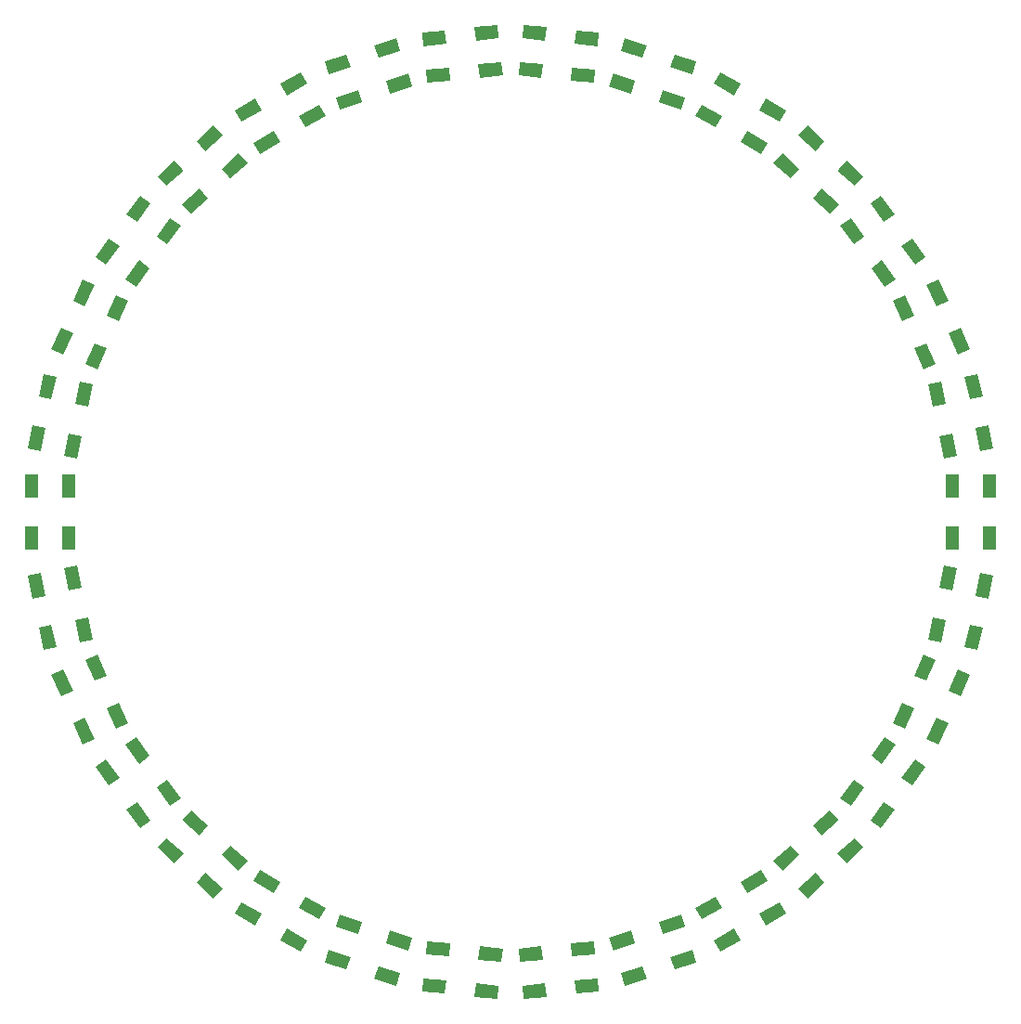
<source format=gbr>
G04 #@! TF.GenerationSoftware,KiCad,Pcbnew,5.0.2-bee76a0~70~ubuntu16.04.1*
G04 #@! TF.CreationDate,2019-03-20T11:46:08+01:00*
G04 #@! TF.ProjectId,ring,72696e67-2e6b-4696-9361-645f70636258,rev?*
G04 #@! TF.SameCoordinates,Original*
G04 #@! TF.FileFunction,Soldermask,Top*
G04 #@! TF.FilePolarity,Negative*
%FSLAX46Y46*%
G04 Gerber Fmt 4.6, Leading zero omitted, Abs format (unit mm)*
G04 Created by KiCad (PCBNEW 5.0.2-bee76a0~70~ubuntu16.04.1) date Wed 20 Mar 2019 11:46:08 AM CET*
%MOMM*%
%LPD*%
G01*
G04 APERTURE LIST*
%ADD10C,0.100000*%
G04 APERTURE END LIST*
D10*
G36*
X98927023Y-143223628D02*
X98801380Y-144419043D01*
X96710895Y-144199324D01*
X96836538Y-143003909D01*
X98927023Y-143223628D01*
X98927023Y-143223628D01*
G37*
G36*
X103289105Y-144199324D02*
X101198620Y-144419043D01*
X101072977Y-143223628D01*
X103163462Y-143003909D01*
X103289105Y-144199324D01*
X103289105Y-144199324D01*
G37*
G36*
X108062810Y-143697587D02*
X105972325Y-143917306D01*
X105846682Y-142721891D01*
X107937167Y-142502172D01*
X108062810Y-143697587D01*
X108062810Y-143697587D01*
G37*
G36*
X94153318Y-142721891D02*
X94027675Y-143917306D01*
X91937190Y-143697587D01*
X92062833Y-142502172D01*
X94153318Y-142721891D01*
X94153318Y-142721891D01*
G37*
G36*
X112406787Y-142549619D02*
X110407666Y-143199173D01*
X110036227Y-142056003D01*
X112035348Y-141406449D01*
X112406787Y-142549619D01*
X112406787Y-142549619D01*
G37*
G36*
X89963773Y-142056003D02*
X89592334Y-143199173D01*
X87593213Y-142549619D01*
X87964652Y-141406449D01*
X89963773Y-142056003D01*
X89963773Y-142056003D01*
G37*
G36*
X116971859Y-141066337D02*
X114972738Y-141715891D01*
X114601299Y-140572721D01*
X116600420Y-139923167D01*
X116971859Y-141066337D01*
X116971859Y-141066337D01*
G37*
G36*
X85398701Y-140572721D02*
X85027262Y-141715891D01*
X83028141Y-141066337D01*
X83399580Y-139923167D01*
X85398701Y-140572721D01*
X85398701Y-140572721D01*
G37*
G36*
X102933708Y-140817949D02*
X100843223Y-141037668D01*
X100717580Y-139842253D01*
X102808065Y-139622534D01*
X102933708Y-140817949D01*
X102933708Y-140817949D01*
G37*
G36*
X99282420Y-139842253D02*
X99156777Y-141037668D01*
X97066292Y-140817949D01*
X97191935Y-139622534D01*
X99282420Y-139842253D01*
X99282420Y-139842253D01*
G37*
G36*
X94508715Y-139340516D02*
X94383072Y-140535931D01*
X92292587Y-140316212D01*
X92418230Y-139120797D01*
X94508715Y-139340516D01*
X94508715Y-139340516D01*
G37*
G36*
X107707413Y-140316212D02*
X105616928Y-140535931D01*
X105491285Y-139340516D01*
X107581770Y-139120797D01*
X107707413Y-140316212D01*
X107707413Y-140316212D01*
G37*
G36*
X120982232Y-139040291D02*
X119161846Y-140091291D01*
X118560846Y-139050329D01*
X120381232Y-137999329D01*
X120982232Y-139040291D01*
X120982232Y-139040291D01*
G37*
G36*
X81439154Y-139050329D02*
X80838154Y-140091291D01*
X79017768Y-139040291D01*
X79618768Y-137999329D01*
X81439154Y-139050329D01*
X81439154Y-139050329D01*
G37*
G36*
X91014431Y-138822411D02*
X90642992Y-139965581D01*
X88643871Y-139316027D01*
X89015310Y-138172857D01*
X91014431Y-138822411D01*
X91014431Y-138822411D01*
G37*
G36*
X111356129Y-139316027D02*
X109357008Y-139965581D01*
X108985569Y-138822411D01*
X110984690Y-138172857D01*
X111356129Y-139316027D01*
X111356129Y-139316027D01*
G37*
G36*
X86449359Y-137339129D02*
X86077920Y-138482299D01*
X84078799Y-137832745D01*
X84450238Y-136689575D01*
X86449359Y-137339129D01*
X86449359Y-137339129D01*
G37*
G36*
X115921201Y-137832745D02*
X113922080Y-138482299D01*
X113550641Y-137339129D01*
X115549762Y-136689575D01*
X115921201Y-137832745D01*
X115921201Y-137832745D01*
G37*
G36*
X77282232Y-136650329D02*
X76681232Y-137691291D01*
X74860846Y-136640291D01*
X75461846Y-135599329D01*
X77282232Y-136650329D01*
X77282232Y-136650329D01*
G37*
G36*
X125139154Y-136640291D02*
X123318768Y-137691291D01*
X122717768Y-136650329D01*
X124538154Y-135599329D01*
X125139154Y-136640291D01*
X125139154Y-136640291D01*
G37*
G36*
X83139154Y-136105843D02*
X82538154Y-137146805D01*
X80717768Y-136095805D01*
X81318768Y-135054843D01*
X83139154Y-136105843D01*
X83139154Y-136105843D01*
G37*
G36*
X119282232Y-136095805D02*
X117461846Y-137146805D01*
X116860846Y-136105843D01*
X118681232Y-135054843D01*
X119282232Y-136095805D01*
X119282232Y-136095805D01*
G37*
G36*
X73725734Y-134337969D02*
X72921439Y-135231229D01*
X72921438Y-135231230D01*
X71359348Y-133824717D01*
X72163644Y-132931456D01*
X73725734Y-134337969D01*
X73725734Y-134337969D01*
G37*
G36*
X128640652Y-133824717D02*
X127078562Y-135231230D01*
X126274266Y-134337969D01*
X127836356Y-132931456D01*
X128640652Y-133824717D01*
X128640652Y-133824717D01*
G37*
G36*
X123439154Y-133695805D02*
X121618768Y-134746805D01*
X121017768Y-133705843D01*
X122838154Y-132654843D01*
X123439154Y-133695805D01*
X123439154Y-133695805D01*
G37*
G36*
X78982232Y-133705843D02*
X78381232Y-134746805D01*
X76560846Y-133695805D01*
X77161846Y-132654843D01*
X78982232Y-133705843D01*
X78982232Y-133705843D01*
G37*
G36*
X125561313Y-130404764D02*
X126210845Y-131126142D01*
X126365608Y-131298024D01*
X124803518Y-132704537D01*
X123999222Y-131811276D01*
X125561312Y-130404763D01*
X125561313Y-130404764D01*
X125561313Y-130404764D01*
G37*
G36*
X76000778Y-131811276D02*
X75196483Y-132704536D01*
X75196482Y-132704537D01*
X73634392Y-131298024D01*
X73789155Y-131126142D01*
X74438687Y-130404764D01*
X74438688Y-130404763D01*
X76000778Y-131811276D01*
X76000778Y-131811276D01*
G37*
G36*
X70158638Y-131126142D02*
X69354343Y-132019402D01*
X69354342Y-132019403D01*
X67792252Y-130612890D01*
X68596548Y-129719629D01*
X70158638Y-131126142D01*
X70158638Y-131126142D01*
G37*
G36*
X132207748Y-130612890D02*
X130645658Y-132019403D01*
X130458260Y-131811276D01*
X129841362Y-131126142D01*
X131403452Y-129719629D01*
X132207748Y-130612890D01*
X132207748Y-130612890D01*
G37*
G36*
X129932704Y-128086197D02*
X128370614Y-129492710D01*
X127566318Y-128599449D01*
X129128408Y-127192936D01*
X129932704Y-128086197D01*
X129932704Y-128086197D01*
G37*
G36*
X71906614Y-128124875D02*
X72433682Y-128599449D01*
X71629387Y-129492709D01*
X71629386Y-129492710D01*
X70067296Y-128086197D01*
X70871592Y-127192936D01*
X71906614Y-128124875D01*
X71906614Y-128124875D01*
G37*
G36*
X67160624Y-128124875D02*
X66188185Y-128831393D01*
X64952660Y-127130839D01*
X65925099Y-126424321D01*
X67160624Y-128124875D01*
X67160624Y-128124875D01*
G37*
G36*
X135047340Y-127130839D02*
X133811815Y-128831393D01*
X132839376Y-128124875D01*
X134074901Y-126424321D01*
X135047340Y-127130839D01*
X135047340Y-127130839D01*
G37*
G36*
X69911281Y-126126405D02*
X68938842Y-126832923D01*
X67703317Y-125132369D01*
X68675756Y-124425851D01*
X69911281Y-126126405D01*
X69911281Y-126126405D01*
G37*
G36*
X132296683Y-125132369D02*
X131061158Y-126832923D01*
X130088719Y-126126405D01*
X131324244Y-124425851D01*
X132296683Y-125132369D01*
X132296683Y-125132369D01*
G37*
G36*
X64339255Y-124241593D02*
X63366816Y-124948111D01*
X62131291Y-123247557D01*
X63103730Y-122541039D01*
X64339255Y-124241593D01*
X64339255Y-124241593D01*
G37*
G36*
X137868709Y-123247557D02*
X136633184Y-124948111D01*
X135660745Y-124241593D01*
X136896270Y-122541039D01*
X137868709Y-123247557D01*
X137868709Y-123247557D01*
G37*
G36*
X135118052Y-121249087D02*
X133882527Y-122949641D01*
X132910088Y-122243123D01*
X134145613Y-120542569D01*
X135118052Y-121249087D01*
X135118052Y-121249087D01*
G37*
G36*
X67089912Y-122243123D02*
X66117473Y-122949641D01*
X64881948Y-121249087D01*
X65854387Y-120542569D01*
X67089912Y-122243123D01*
X67089912Y-122243123D01*
G37*
G36*
X62030753Y-120682588D02*
X60932671Y-121171485D01*
X60077711Y-119251212D01*
X61175793Y-118762315D01*
X62030753Y-120682588D01*
X62030753Y-120682588D01*
G37*
G36*
X139922289Y-119251212D02*
X139067329Y-121171485D01*
X137969247Y-120682588D01*
X138824207Y-118762315D01*
X139922289Y-119251212D01*
X139922289Y-119251212D01*
G37*
G36*
X65136807Y-119299684D02*
X64038725Y-119788581D01*
X63183765Y-117868308D01*
X64281847Y-117379411D01*
X65136807Y-119299684D01*
X65136807Y-119299684D01*
G37*
G36*
X136816235Y-117868308D02*
X135961275Y-119788581D01*
X134863193Y-119299684D01*
X135718153Y-117379411D01*
X136816235Y-117868308D01*
X136816235Y-117868308D01*
G37*
G36*
X141874625Y-114866194D02*
X141019665Y-116786467D01*
X139921583Y-116297570D01*
X140776543Y-114377297D01*
X141874625Y-114866194D01*
X141874625Y-114866194D01*
G37*
G36*
X60078417Y-116297570D02*
X58980335Y-116786467D01*
X58125375Y-114866194D01*
X59223457Y-114377297D01*
X60078417Y-116297570D01*
X60078417Y-116297570D01*
G37*
G36*
X138768571Y-113483290D02*
X137913611Y-115403563D01*
X136815529Y-114914666D01*
X137670489Y-112994393D01*
X138768571Y-113483290D01*
X138768571Y-113483290D01*
G37*
G36*
X63184471Y-114914666D02*
X62086389Y-115403563D01*
X61231429Y-113483290D01*
X62329511Y-112994393D01*
X63184471Y-114914666D01*
X63184471Y-114914666D01*
G37*
G36*
X143052444Y-110530216D02*
X143052444Y-110530217D01*
X142615414Y-112586283D01*
X141439680Y-112336374D01*
X141876710Y-110280307D01*
X143052444Y-110530216D01*
X143052444Y-110530216D01*
G37*
G36*
X58560320Y-112336374D02*
X57384586Y-112586283D01*
X56947556Y-110530216D01*
X58123290Y-110280307D01*
X58560320Y-112336374D01*
X58560320Y-112336374D01*
G37*
G36*
X139726742Y-109823316D02*
X139289712Y-111879383D01*
X138113978Y-111629474D01*
X138551008Y-109573407D01*
X139726742Y-109823316D01*
X139726742Y-109823316D01*
G37*
G36*
X61886022Y-111629474D02*
X60710288Y-111879383D01*
X60273258Y-109823317D01*
X60273258Y-109823316D01*
X61448992Y-109573407D01*
X61886022Y-111629474D01*
X61886022Y-111629474D01*
G37*
G36*
X57562344Y-107641266D02*
X56386610Y-107891175D01*
X55949580Y-105835109D01*
X55949580Y-105835108D01*
X57125314Y-105585199D01*
X57562344Y-107641266D01*
X57562344Y-107641266D01*
G37*
G36*
X144050420Y-105835108D02*
X144050420Y-105835109D01*
X143613390Y-107891175D01*
X142437656Y-107641266D01*
X142874686Y-105585199D01*
X144050420Y-105835108D01*
X144050420Y-105835108D01*
G37*
G36*
X60888046Y-106934366D02*
X59712312Y-107184275D01*
X59275282Y-105128209D01*
X59275282Y-105128208D01*
X60451016Y-104878299D01*
X60888046Y-106934366D01*
X60888046Y-106934366D01*
G37*
G36*
X140724718Y-105128208D02*
X140287688Y-107184275D01*
X139111954Y-106934366D01*
X139548984Y-104878299D01*
X140724718Y-105128208D01*
X140724718Y-105128208D01*
G37*
G36*
X144301000Y-103451000D02*
X143099000Y-103451000D01*
X143099000Y-101349000D01*
X144301000Y-101349000D01*
X144301000Y-103451000D01*
X144301000Y-103451000D01*
G37*
G36*
X140901000Y-103451000D02*
X139699000Y-103451000D01*
X139699000Y-101349000D01*
X140901000Y-101349000D01*
X140901000Y-103451000D01*
X140901000Y-103451000D01*
G37*
G36*
X56901000Y-103451000D02*
X55699000Y-103451000D01*
X55699000Y-101349000D01*
X56901000Y-101349000D01*
X56901000Y-103451000D01*
X56901000Y-103451000D01*
G37*
G36*
X60301000Y-103451000D02*
X59099000Y-103451000D01*
X59099000Y-101349000D01*
X60301000Y-101349000D01*
X60301000Y-103451000D01*
X60301000Y-103451000D01*
G37*
G36*
X56901000Y-98651000D02*
X55699000Y-98651000D01*
X55699000Y-96549000D01*
X56901000Y-96549000D01*
X56901000Y-98651000D01*
X56901000Y-98651000D01*
G37*
G36*
X144301000Y-98651000D02*
X143099000Y-98651000D01*
X143099000Y-96549000D01*
X144301000Y-96549000D01*
X144301000Y-98651000D01*
X144301000Y-98651000D01*
G37*
G36*
X140901000Y-98651000D02*
X139699000Y-98651000D01*
X139699000Y-96549000D01*
X140901000Y-96549000D01*
X140901000Y-98651000D01*
X140901000Y-98651000D01*
G37*
G36*
X60301000Y-98651000D02*
X59099000Y-98651000D01*
X59099000Y-96549000D01*
X60301000Y-96549000D01*
X60301000Y-98651000D01*
X60301000Y-98651000D01*
G37*
G36*
X60888046Y-93065634D02*
X60451016Y-95121701D01*
X59275282Y-94871792D01*
X59712312Y-92815725D01*
X60888046Y-93065634D01*
X60888046Y-93065634D01*
G37*
G36*
X140724718Y-94871792D02*
X139548984Y-95121701D01*
X139111954Y-93065635D01*
X139111954Y-93065634D01*
X140287688Y-92815725D01*
X140724718Y-94871792D01*
X140724718Y-94871792D01*
G37*
G36*
X57562344Y-92358734D02*
X57125314Y-94414801D01*
X55949580Y-94164892D01*
X56386610Y-92108825D01*
X57562344Y-92358734D01*
X57562344Y-92358734D01*
G37*
G36*
X144050420Y-94164892D02*
X142874686Y-94414801D01*
X142437656Y-92358735D01*
X142437656Y-92358734D01*
X143613390Y-92108825D01*
X144050420Y-94164892D01*
X144050420Y-94164892D01*
G37*
G36*
X139726742Y-90176684D02*
X138551008Y-90426593D01*
X138113978Y-88370527D01*
X138113978Y-88370526D01*
X139289712Y-88120617D01*
X139726742Y-90176684D01*
X139726742Y-90176684D01*
G37*
G36*
X61886022Y-88370526D02*
X61448992Y-90426593D01*
X60273258Y-90176684D01*
X60710288Y-88120617D01*
X61886022Y-88370526D01*
X61886022Y-88370526D01*
G37*
G36*
X58560320Y-87663626D02*
X58123290Y-89719693D01*
X56947556Y-89469784D01*
X57384586Y-87413717D01*
X58560320Y-87663626D01*
X58560320Y-87663626D01*
G37*
G36*
X143052444Y-89469784D02*
X141876710Y-89719693D01*
X141439680Y-87663627D01*
X141439680Y-87663626D01*
X142615414Y-87413717D01*
X143052444Y-89469784D01*
X143052444Y-89469784D01*
G37*
G36*
X63184471Y-85085334D02*
X62329511Y-87005607D01*
X61231429Y-86516710D01*
X62086389Y-84596437D01*
X63184471Y-85085334D01*
X63184471Y-85085334D01*
G37*
G36*
X138768571Y-86516710D02*
X137670489Y-87005607D01*
X136815529Y-85085334D01*
X137913611Y-84596437D01*
X138768571Y-86516710D01*
X138768571Y-86516710D01*
G37*
G36*
X60078417Y-83702430D02*
X59223457Y-85622703D01*
X58125375Y-85133806D01*
X58980335Y-83213533D01*
X60078417Y-83702430D01*
X60078417Y-83702430D01*
G37*
G36*
X141874625Y-85133806D02*
X140776543Y-85622703D01*
X139921583Y-83702430D01*
X141019665Y-83213533D01*
X141874625Y-85133806D01*
X141874625Y-85133806D01*
G37*
G36*
X65136807Y-80700316D02*
X64281847Y-82620589D01*
X63183765Y-82131692D01*
X64038725Y-80211419D01*
X65136807Y-80700316D01*
X65136807Y-80700316D01*
G37*
G36*
X136816235Y-82131692D02*
X135718153Y-82620589D01*
X134863193Y-80700316D01*
X135961275Y-80211419D01*
X136816235Y-82131692D01*
X136816235Y-82131692D01*
G37*
G36*
X139922289Y-80748788D02*
X138824207Y-81237685D01*
X137969247Y-79317412D01*
X139067329Y-78828515D01*
X139922289Y-80748788D01*
X139922289Y-80748788D01*
G37*
G36*
X62030753Y-79317412D02*
X61175793Y-81237685D01*
X60077711Y-80748788D01*
X60932671Y-78828515D01*
X62030753Y-79317412D01*
X62030753Y-79317412D01*
G37*
G36*
X67089912Y-77756877D02*
X65854387Y-79457431D01*
X64881948Y-78750913D01*
X66117473Y-77050359D01*
X67089912Y-77756877D01*
X67089912Y-77756877D01*
G37*
G36*
X135118052Y-78750913D02*
X134145613Y-79457431D01*
X132910088Y-77756877D01*
X133882527Y-77050359D01*
X135118052Y-78750913D01*
X135118052Y-78750913D01*
G37*
G36*
X137868709Y-76752443D02*
X136896270Y-77458961D01*
X135660745Y-75758407D01*
X136633184Y-75051889D01*
X137868709Y-76752443D01*
X137868709Y-76752443D01*
G37*
G36*
X64339255Y-75758407D02*
X63103730Y-77458961D01*
X62131291Y-76752443D01*
X63366816Y-75051889D01*
X64339255Y-75758407D01*
X64339255Y-75758407D01*
G37*
G36*
X132296683Y-74867631D02*
X131324244Y-75574149D01*
X130088719Y-73873595D01*
X131061158Y-73167077D01*
X132296683Y-74867631D01*
X132296683Y-74867631D01*
G37*
G36*
X69911281Y-73873595D02*
X68675756Y-75574149D01*
X67703317Y-74867631D01*
X68938842Y-73167077D01*
X69911281Y-73873595D01*
X69911281Y-73873595D01*
G37*
G36*
X135047340Y-72869161D02*
X134074901Y-73575679D01*
X132839376Y-71875125D01*
X133811815Y-71168607D01*
X135047340Y-72869161D01*
X135047340Y-72869161D01*
G37*
G36*
X67160624Y-71875125D02*
X65925099Y-73575679D01*
X64952660Y-72869161D01*
X66188185Y-71168607D01*
X67160624Y-71875125D01*
X67160624Y-71875125D01*
G37*
G36*
X129889748Y-71875125D02*
X129932704Y-71913803D01*
X129128409Y-72807063D01*
X129128408Y-72807064D01*
X127566318Y-71400551D01*
X128370614Y-70507290D01*
X129889748Y-71875125D01*
X129889748Y-71875125D01*
G37*
G36*
X72433682Y-71400551D02*
X70871592Y-72807064D01*
X70067296Y-71913803D01*
X71629386Y-70507290D01*
X72433682Y-71400551D01*
X72433682Y-71400551D01*
G37*
G36*
X132207748Y-69387110D02*
X131403453Y-70280370D01*
X131403452Y-70280371D01*
X129841362Y-68873858D01*
X129996125Y-68701976D01*
X130645657Y-67980598D01*
X130645658Y-67980597D01*
X132207748Y-69387110D01*
X132207748Y-69387110D01*
G37*
G36*
X69354343Y-67980598D02*
X70003875Y-68701976D01*
X70158638Y-68873858D01*
X68596548Y-70280371D01*
X67792252Y-69387110D01*
X69354342Y-67980597D01*
X69354343Y-67980598D01*
X69354343Y-67980598D01*
G37*
G36*
X76000778Y-68188724D02*
X74438688Y-69595237D01*
X74251290Y-69387110D01*
X73634392Y-68701976D01*
X75196482Y-67295463D01*
X76000778Y-68188724D01*
X76000778Y-68188724D01*
G37*
G36*
X126365608Y-68701976D02*
X125561313Y-69595236D01*
X125561312Y-69595237D01*
X123999222Y-68188724D01*
X124803518Y-67295463D01*
X126365608Y-68701976D01*
X126365608Y-68701976D01*
G37*
G36*
X78982232Y-66294157D02*
X77161846Y-67345157D01*
X76560846Y-66304195D01*
X78381232Y-65253195D01*
X78982232Y-66294157D01*
X78982232Y-66294157D01*
G37*
G36*
X123439154Y-66304195D02*
X122838154Y-67345157D01*
X121017768Y-66294157D01*
X121618768Y-65253195D01*
X123439154Y-66304195D01*
X123439154Y-66304195D01*
G37*
G36*
X73725734Y-65662031D02*
X72163644Y-67068544D01*
X71359348Y-66175283D01*
X72921438Y-64768770D01*
X73725734Y-65662031D01*
X73725734Y-65662031D01*
G37*
G36*
X128640652Y-66175283D02*
X127836357Y-67068543D01*
X127836356Y-67068544D01*
X126274266Y-65662031D01*
X127078562Y-64768770D01*
X128640652Y-66175283D01*
X128640652Y-66175283D01*
G37*
G36*
X119282232Y-63904195D02*
X118681232Y-64945157D01*
X116860846Y-63894157D01*
X117461846Y-62853195D01*
X119282232Y-63904195D01*
X119282232Y-63904195D01*
G37*
G36*
X83139154Y-63894157D02*
X81318768Y-64945157D01*
X80717768Y-63904195D01*
X82538154Y-62853195D01*
X83139154Y-63894157D01*
X83139154Y-63894157D01*
G37*
G36*
X77282232Y-63349671D02*
X75461846Y-64400671D01*
X74860846Y-63359709D01*
X76681232Y-62308709D01*
X77282232Y-63349671D01*
X77282232Y-63349671D01*
G37*
G36*
X125139154Y-63359709D02*
X124538154Y-64400671D01*
X122717768Y-63349671D01*
X123318768Y-62308709D01*
X125139154Y-63359709D01*
X125139154Y-63359709D01*
G37*
G36*
X86449359Y-62660871D02*
X84450238Y-63310425D01*
X84078799Y-62167255D01*
X86077920Y-61517701D01*
X86449359Y-62660871D01*
X86449359Y-62660871D01*
G37*
G36*
X115921201Y-62167255D02*
X115549762Y-63310425D01*
X113550641Y-62660871D01*
X113922080Y-61517701D01*
X115921201Y-62167255D01*
X115921201Y-62167255D01*
G37*
G36*
X120982232Y-60959709D02*
X120381232Y-62000671D01*
X118560846Y-60949671D01*
X119161846Y-59908709D01*
X120982232Y-60959709D01*
X120982232Y-60959709D01*
G37*
G36*
X81439154Y-60949671D02*
X79618768Y-62000671D01*
X79017768Y-60959709D01*
X80838154Y-59908709D01*
X81439154Y-60949671D01*
X81439154Y-60949671D01*
G37*
G36*
X91014431Y-61177589D02*
X89015310Y-61827143D01*
X88643871Y-60683973D01*
X90642992Y-60034419D01*
X91014431Y-61177589D01*
X91014431Y-61177589D01*
G37*
G36*
X111356129Y-60683973D02*
X110984690Y-61827143D01*
X108985569Y-61177589D01*
X109357008Y-60034419D01*
X111356129Y-60683973D01*
X111356129Y-60683973D01*
G37*
G36*
X94508715Y-60659484D02*
X92418230Y-60879203D01*
X92292587Y-59683788D01*
X94383072Y-59464069D01*
X94508715Y-60659484D01*
X94508715Y-60659484D01*
G37*
G36*
X107707413Y-59683788D02*
X107581770Y-60879203D01*
X105491285Y-60659484D01*
X105616928Y-59464069D01*
X107707413Y-59683788D01*
X107707413Y-59683788D01*
G37*
G36*
X102933708Y-59182051D02*
X102808065Y-60377466D01*
X100717580Y-60157747D01*
X100843223Y-58962332D01*
X102933708Y-59182051D01*
X102933708Y-59182051D01*
G37*
G36*
X99282420Y-60157747D02*
X97191935Y-60377466D01*
X97066292Y-59182051D01*
X99156777Y-58962332D01*
X99282420Y-60157747D01*
X99282420Y-60157747D01*
G37*
G36*
X85398701Y-59427279D02*
X83399580Y-60076833D01*
X83028141Y-58933663D01*
X85027262Y-58284109D01*
X85398701Y-59427279D01*
X85398701Y-59427279D01*
G37*
G36*
X116971859Y-58933663D02*
X116600420Y-60076833D01*
X114601299Y-59427279D01*
X114972738Y-58284109D01*
X116971859Y-58933663D01*
X116971859Y-58933663D01*
G37*
G36*
X89963773Y-57943997D02*
X87964652Y-58593551D01*
X87593213Y-57450381D01*
X89592334Y-56800827D01*
X89963773Y-57943997D01*
X89963773Y-57943997D01*
G37*
G36*
X112406787Y-57450381D02*
X112035348Y-58593551D01*
X110036227Y-57943997D01*
X110407666Y-56800827D01*
X112406787Y-57450381D01*
X112406787Y-57450381D01*
G37*
G36*
X108062810Y-56302413D02*
X107937167Y-57497828D01*
X105846682Y-57278109D01*
X105972325Y-56082694D01*
X108062810Y-56302413D01*
X108062810Y-56302413D01*
G37*
G36*
X94153318Y-57278109D02*
X92062833Y-57497828D01*
X91937190Y-56302413D01*
X94027675Y-56082694D01*
X94153318Y-57278109D01*
X94153318Y-57278109D01*
G37*
G36*
X103289105Y-55800676D02*
X103163462Y-56996091D01*
X101072977Y-56776372D01*
X101198620Y-55580957D01*
X103289105Y-55800676D01*
X103289105Y-55800676D01*
G37*
G36*
X98927023Y-56776372D02*
X96836538Y-56996091D01*
X96710895Y-55800676D01*
X98801380Y-55580957D01*
X98927023Y-56776372D01*
X98927023Y-56776372D01*
G37*
M02*

</source>
